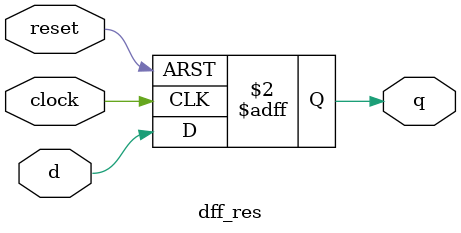
<source format=v>
module dff_res (input d,  
              input reset,  
              input clock,  
              output reg q);  
  
  always @ (posedge clock or posedge reset)  
       if (reset)  
          q <= 1'b0;  
       else  
          q <= d;  
endmodule  

</source>
